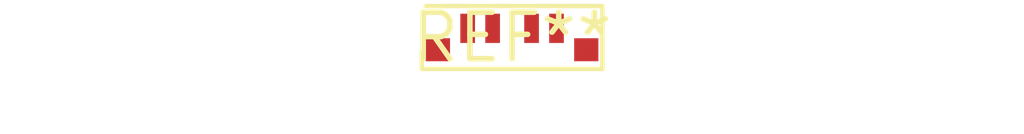
<source format=kicad_pcb>
(kicad_pcb (version 20240108) (generator pcbnew)
  (layers (0 "F.Cu" signal) (31 "B.Cu" signal) (34 "B.Paste" user) (35 "F.Paste" user) (36 "B.SilkS" user "B.Silkscreen") (37 "F.SilkS" user "F.Silkscreen") (38 "B.Mask" user) (39 "F.Mask" user) (44 "Edge.Cuts" user))
  (net 0 "")
  (footprint "LED_Cree-PLCC6_4.7x1.5mm" (layer "F.Cu") (at 0 0)
    (property "Reference" "REF**")
    (property "Value" "LED_Cree-PLCC6_4.7x1.5mm")
    (fp_line (start -2.46 0.4) (end -2.46 0.86) (layer "F.SilkS") (stroke (width 0.12)))
    (fp_line (start -2.46 0.86) (end 2.46 0.86) (layer "F.SilkS") (stroke (width 0.12)))
    (fp_line (start -2.35 -0.86) (end 2.46 -0.86) (layer "F.SilkS") (stroke (width 0.12)))
    (fp_line (start 2.46 -0.86) (end 2.46 0.86) (layer "F.SilkS") (stroke (width 0.12)))
    (pad "1" smd rect (at -2.02 0.335) (size 0.66 0.63) (layers "F.Cu" "F.Paste" "F.Mask"))
    (pad "2" smd rect (at -1.21 -0.25) (size 0.4 0.8) (layers "F.Cu" "F.Paste" "F.Mask"))
    (pad "3" smd rect (at -0.53 -0.25) (size 0.4 0.8) (layers "F.Cu" "F.Paste" "F.Mask"))
    (pad "4" smd rect (at 0.53 -0.25) (size 0.4 0.8) (layers "F.Cu" "F.Paste" "F.Mask"))
    (pad "5" smd rect (at 1.21 -0.25) (size 0.4 0.8) (layers "F.Cu" "F.Paste" "F.Mask"))
    (pad "6" smd rect (at 2.02 0.335) (size 0.66 0.63) (layers "F.Cu" "F.Paste" "F.Mask"))
  )
)
</source>
